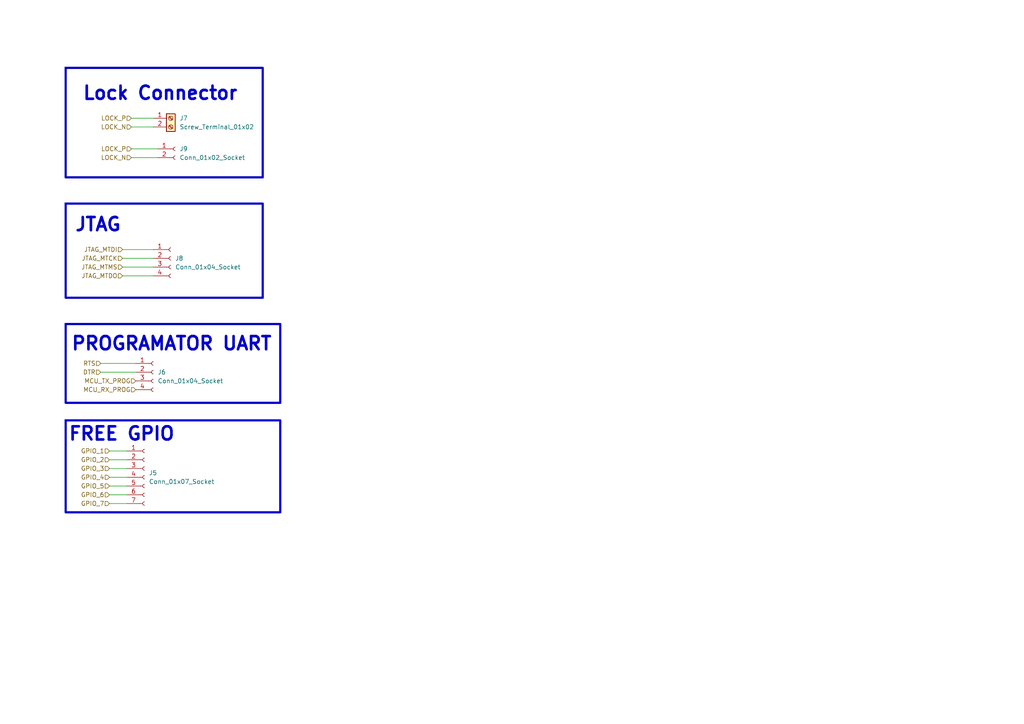
<source format=kicad_sch>
(kicad_sch (version 20231120) (generator "eeschema") (generator_version "8.0")
  (paper "A4")
  (lib_symbols
    (symbol "Connector:Conn_01x02_Socket" (pin_names (offset 1.016) hide)
      (property "Reference" "J" (at 0 2.54 0))
      (property "Value" "Conn_01x02_Socket" (at 0 -5.08 0))
      (symbol "Conn_01x02_Socket_1_1"
        (arc (start 0 -2.032) (mid -0.5058 -2.54) (end 0 -3.048) (stroke (width 0.1524)))
        (polyline (pts (xy -1.27 -2.54) (xy -0.508 -2.54)) (stroke (width 0.1524)))
        (polyline (pts (xy -1.27 0) (xy -0.508 0)) (stroke (width 0.1524)))
        (arc (start 0 0.508) (mid -0.5058 0) (end 0 -0.508) (stroke (width 0.1524)))
        (pin passive line (at -5.08 0 0) (length 3.81) (name "Pin_1") (number "1"))
        (pin passive line (at -5.08 -2.54 0) (length 3.81) (name "Pin_2") (number "2"))
      )
    )
    (symbol "Connector:Conn_01x04_Socket" (pin_names (offset 1.016) hide)
      (property "Reference" "J" (at 0 5.08 0))
      (property "Value" "Conn_01x04_Socket" (at 0 -7.62 0))
      (symbol "Conn_01x04_Socket_1_1"
        (arc (start 0 -4.572) (mid -0.5058 -5.08) (end 0 -5.588) (stroke (width 0.1524)))
        (arc (start 0 -2.032) (mid -0.5058 -2.54) (end 0 -3.048) (stroke (width 0.1524)))
        (polyline (pts (xy -1.27 -5.08) (xy -0.508 -5.08)) (stroke (width 0.1524)))
        (polyline (pts (xy -1.27 -2.54) (xy -0.508 -2.54)) (stroke (width 0.1524)))
        (polyline (pts (xy -1.27 0) (xy -0.508 0)) (stroke (width 0.1524)))
        (polyline (pts (xy -1.27 2.54) (xy -0.508 2.54)) (stroke (width 0.1524)))
        (arc (start 0 0.508) (mid -0.5058 0) (end 0 -0.508) (stroke (width 0.1524)))
        (arc (start 0 3.048) (mid -0.5058 2.54) (end 0 2.032) (stroke (width 0.1524)))
        (pin passive line (at -5.08 2.54 0) (length 3.81) (name "Pin_1") (number "1"))
        (pin passive line (at -5.08 0 0) (length 3.81) (name "Pin_2") (number "2"))
        (pin passive line (at -5.08 -2.54 0) (length 3.81) (name "Pin_3") (number "3"))
        (pin passive line (at -5.08 -5.08 0) (length 3.81) (name "Pin_4") (number "4"))
      )
    )
    (symbol "Connector:Conn_01x07_Socket" (pin_names (offset 1.016) hide)
      (property "Reference" "J" (at 0 10.16 0))
      (property "Value" "Conn_01x07_Socket" (at 0 -10.16 0))
      (symbol "Conn_01x07_Socket_1_1"
        (arc (start 0 -7.112) (mid -0.5058 -7.62) (end 0 -8.128) (stroke (width 0.1524)))
        (arc (start 0 -4.572) (mid -0.5058 -5.08) (end 0 -5.588) (stroke (width 0.1524)))
        (arc (start 0 -2.032) (mid -0.5058 -2.54) (end 0 -3.048) (stroke (width 0.1524)))
        (polyline (pts (xy -1.27 -7.62) (xy -0.508 -7.62)) (stroke (width 0.1524)))
        (polyline (pts (xy -1.27 -5.08) (xy -0.508 -5.08)) (stroke (width 0.1524)))
        (polyline (pts (xy -1.27 -2.54) (xy -0.508 -2.54)) (stroke (width 0.1524)))
        (polyline (pts (xy -1.27 0) (xy -0.508 0)) (stroke (width 0.1524)))
        (polyline (pts (xy -1.27 2.54) (xy -0.508 2.54)) (stroke (width 0.1524)))
        (polyline (pts (xy -1.27 5.08) (xy -0.508 5.08)) (stroke (width 0.1524)))
        (polyline (pts (xy -1.27 7.62) (xy -0.508 7.62)) (stroke (width 0.1524)))
        (arc (start 0 0.508) (mid -0.5058 0) (end 0 -0.508) (stroke (width 0.1524)))
        (arc (start 0 3.048) (mid -0.5058 2.54) (end 0 2.032) (stroke (width 0.1524)))
        (arc (start 0 5.588) (mid -0.5058 5.08) (end 0 4.572) (stroke (width 0.1524)))
        (arc (start 0 8.128) (mid -0.5058 7.62) (end 0 7.112) (stroke (width 0.1524)))
        (pin passive line (at -5.08 7.62 0) (length 3.81) (name "Pin_1") (number "1"))
        (pin passive line (at -5.08 5.08 0) (length 3.81) (name "Pin_2") (number "2"))
        (pin passive line (at -5.08 2.54 0) (length 3.81) (name "Pin_3") (number "3"))
        (pin passive line (at -5.08 0 0) (length 3.81) (name "Pin_4") (number "4"))
        (pin passive line (at -5.08 -2.54 0) (length 3.81) (name "Pin_5") (number "5"))
        (pin passive line (at -5.08 -5.08 0) (length 3.81) (name "Pin_6") (number "6"))
        (pin passive line (at -5.08 -7.62 0) (length 3.81) (name "Pin_7") (number "7"))
      )
    )
    (symbol "Connector:Screw_Terminal_01x02" (pin_names (offset 1.016) hide)
      (property "Reference" "J" (at 0 2.54 0))
      (property "Value" "Screw_Terminal_01x02" (at 0 -5.08 0))
      (symbol "Screw_Terminal_01x02_1_1"
        (rectangle (start -1.27 1.27) (end 1.27 -3.81) (stroke (width 0.254)) (fill (type background)))
        (circle (center 0 -2.54) (radius 0.635) (stroke (width 0.1524)))
        (polyline (pts (xy -0.5334 -2.2098) (xy 0.3302 -3.048)) (stroke (width 0.1524)))
        (polyline (pts (xy -0.5334 0.3302) (xy 0.3302 -0.508)) (stroke (width 0.1524)))
        (polyline (pts (xy -0.3556 -2.032) (xy 0.508 -2.8702)) (stroke (width 0.1524)))
        (polyline (pts (xy -0.3556 0.508) (xy 0.508 -0.3302)) (stroke (width 0.1524)))
        (circle (center 0 0) (radius 0.635) (stroke (width 0.1524)))
        (pin passive line (at -5.08 0 0) (length 3.81) (name "Pin_1") (number "1"))
        (pin passive line (at -5.08 -2.54 0) (length 3.81) (name "Pin_2") (number "2"))
      )
    )
  )
  (wire (pts (xy 38.1 43.18) (xy 45.72 43.18)))
  (wire (pts (xy 31.75 140.97) (xy 36.83 140.97)))
  (wire (pts (xy 44.45 80.01) (xy 35.56 80.01)))
  (wire (pts (xy 44.45 77.47) (xy 35.56 77.47)))
  (wire (pts (xy 31.75 133.35) (xy 36.83 133.35)))
  (wire (pts (xy 31.75 143.51) (xy 36.83 143.51)))
  (wire (pts (xy 44.45 74.93) (xy 35.56 74.93)))
  (wire (pts (xy 38.1 45.72) (xy 45.72 45.72)))
  (wire (pts (xy 31.75 146.05) (xy 36.83 146.05)))
  (wire (pts (xy 38.1 34.29) (xy 44.45 34.29)))
  (wire (pts (xy 44.45 72.39) (xy 35.56 72.39)))
  (wire (pts (xy 29.21 105.41) (xy 39.37 105.41)))
  (wire (pts (xy 31.75 138.43) (xy 36.83 138.43)))
  (wire (pts (xy 38.1 36.83) (xy 44.45 36.83)))
  (wire (pts (xy 31.75 130.81) (xy 36.83 130.81)))
  (wire (pts (xy 31.75 135.89) (xy 36.83 135.89)))
  (wire (pts (xy 29.21 107.95) (xy 39.37 107.95)))
  (rectangle (start 19.05 121.92) (end 81.28 148.59) (stroke (width 0.635)))
  (rectangle (start 19.05 19.685) (end 76.2 51.435) (stroke (width 0.635)))
  (rectangle (start 19.05 93.98) (end 81.28 116.84) (stroke (width 0.635)))
  (rectangle (start 19.05 59.055) (end 76.2 86.36) (stroke (width 0.635)))
  (text "PROGRAMATOR UART" (at 49.784 99.822 0) (effects (font (size 3.81 3.81) (thickness 0.762) (bold yes))))
  (text "Lock Connector" (at 46.482 27.178 0) (effects (font (size 3.81 3.81) (thickness 0.762) (bold yes))))
  (text "FREE GPIO" (at 35.306 125.984 0) (effects (font (size 3.81 3.81) (thickness 0.762) (bold yes))))
  (text "JTAG" (at 28.448 65.278 0) (effects (font (size 3.81 3.81) (thickness 0.762) (bold yes))))
  (hierarchical_label "DTR" (shape input) (at 29.21 107.95 180))
  (hierarchical_label "MCU_RX_PROG" (shape input) (at 39.37 113.03 180))
  (hierarchical_label "JTAG_MTDO" (shape input) (at 35.56 80.01 180))
  (hierarchical_label "GPIO_7" (shape input) (at 31.75 146.05 180))
  (hierarchical_label "LOCK_N" (shape input) (at 38.1 45.72 180))
  (hierarchical_label "GPIO_1" (shape input) (at 31.75 130.81 180))
  (hierarchical_label "GPIO_3" (shape input) (at 31.75 135.89 180))
  (hierarchical_label "LOCK_P" (shape input) (at 38.1 43.18 180))
  (hierarchical_label "GPIO_6" (shape input) (at 31.75 143.51 180))
  (hierarchical_label "RTS" (shape input) (at 29.21 105.41 180))
  (hierarchical_label "LOCK_N" (shape input) (at 38.1 36.83 180))
  (hierarchical_label "GPIO_5" (shape input) (at 31.75 140.97 180))
  (hierarchical_label "JTAG_MTCK" (shape input) (at 35.56 74.93 180))
  (hierarchical_label "MCU_TX_PROG" (shape input) (at 39.37 110.49 180))
  (hierarchical_label "GPIO_4" (shape input) (at 31.75 138.43 180))
  (hierarchical_label "JTAG_MTDI" (shape input) (at 35.56 72.39 180))
  (hierarchical_label "GPIO_2" (shape input) (at 31.75 133.35 180))
  (hierarchical_label "JTAG_MTMS" (shape input) (at 35.56 77.47 180))
  (hierarchical_label "LOCK_P" (shape input) (at 38.1 34.29 180))
  (symbol (lib_id "Connector:Conn_01x04_Socket") (at 49.53 74.93 0) (unit 1)
    (property "Reference" "J8" (at 50.8 74.9299 0) (effects (justify left)))
    (property "Value" "Conn_01x04_Socket" (at 50.8 77.4699 0) (effects (justify left)))
    (property "Description" "Generic connector, single row, 01x04, script generated" (effects (hide yes)))
  )
  (symbol (lib_id "Connector:Conn_01x07_Socket") (at 41.91 138.43 0) (unit 1)
    (property "Reference" "J5" (at 43.18 137.1599 0) (effects (justify left)))
    (property "Value" "Conn_01x07_Socket" (at 43.18 139.6999 0) (effects (justify left)))
    (property "Description" "Generic connector, single row, 01x07, script generated" (effects (hide yes)))
  )
  (symbol (lib_id "Connector:Screw_Terminal_01x02") (at 49.53 34.29 0) (unit 1)
    (property "Reference" "J7" (at 52.07 34.2899 0) (effects (justify left)))
    (property "Value" "Screw_Terminal_01x02" (at 52.07 36.8299 0) (effects (justify left)))
    (property "Description" "Generic screw terminal, single row, 01x02, script generated (kicad-library-utils/schlib/autogen/connector/)" (effects (hide yes)))
  )
  (symbol (lib_id "Connector:Conn_01x04_Socket") (at 44.45 107.95 0) (unit 1)
    (property "Reference" "J6" (at 45.72 107.9499 0) (effects (justify left)))
    (property "Value" "Conn_01x04_Socket" (at 45.72 110.4899 0) (effects (justify left)))
    (property "Description" "Generic connector, single row, 01x04, script generated" (effects (hide yes)))
  )
  (symbol (lib_id "Connector:Conn_01x02_Socket") (at 50.8 43.18 0) (unit 1)
    (property "Reference" "J9" (at 52.07 43.1799 0) (effects (justify left)))
    (property "Value" "Conn_01x02_Socket" (at 52.07 45.7199 0) (effects (justify left)))
    (property "Description" "Generic connector, single row, 01x02, script generated" (effects (hide yes)))
  )
)
</source>
